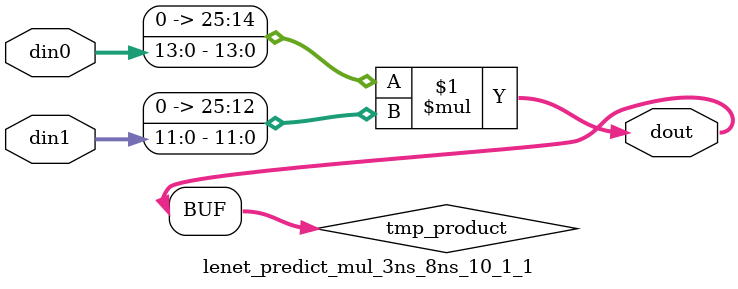
<source format=v>

`timescale 1 ns / 1 ps

  module lenet_predict_mul_3ns_8ns_10_1_1(din0, din1, dout);
parameter ID = 1;
parameter NUM_STAGE = 0;
parameter din0_WIDTH = 14;
parameter din1_WIDTH = 12;
parameter dout_WIDTH = 26;

input [din0_WIDTH - 1 : 0] din0; 
input [din1_WIDTH - 1 : 0] din1; 
output [dout_WIDTH - 1 : 0] dout;

wire signed [dout_WIDTH - 1 : 0] tmp_product;










assign tmp_product = $signed({1'b0, din0}) * $signed({1'b0, din1});











assign dout = tmp_product;







endmodule

</source>
